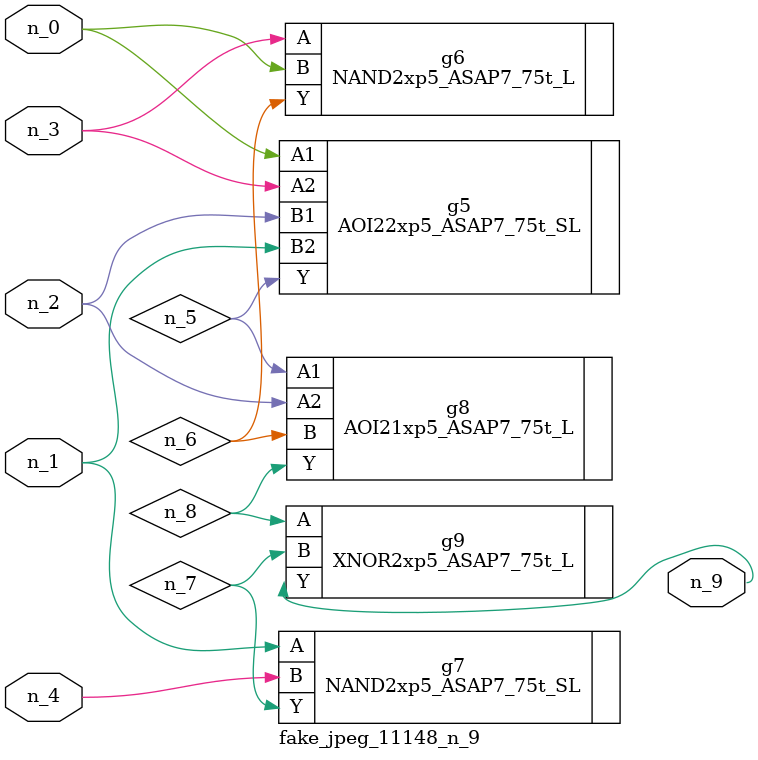
<source format=v>
module fake_jpeg_11148_n_9 (n_3, n_2, n_1, n_0, n_4, n_9);

input n_3;
input n_2;
input n_1;
input n_0;
input n_4;

output n_9;

wire n_8;
wire n_6;
wire n_5;
wire n_7;

AOI22xp5_ASAP7_75t_SL g5 ( 
.A1(n_0),
.A2(n_3),
.B1(n_2),
.B2(n_1),
.Y(n_5)
);

NAND2xp5_ASAP7_75t_L g6 ( 
.A(n_3),
.B(n_0),
.Y(n_6)
);

NAND2xp5_ASAP7_75t_SL g7 ( 
.A(n_1),
.B(n_4),
.Y(n_7)
);

AOI21xp5_ASAP7_75t_L g8 ( 
.A1(n_5),
.A2(n_2),
.B(n_6),
.Y(n_8)
);

XNOR2xp5_ASAP7_75t_L g9 ( 
.A(n_8),
.B(n_7),
.Y(n_9)
);


endmodule
</source>
